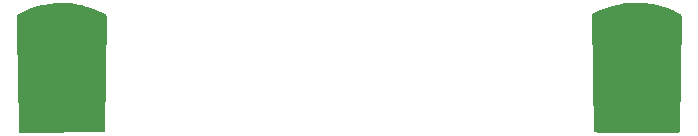
<source format=gbr>
%TF.GenerationSoftware,KiCad,Pcbnew,9.0.6-rc2*%
%TF.CreationDate,2025-12-12T00:47:50-08:00*%
%TF.ProjectId,FPC_Trigger_Board,4650435f-5472-4696-9767-65725f426f61,rev?*%
%TF.SameCoordinates,Original*%
%TF.FileFunction,Other,User*%
%FSLAX46Y46*%
G04 Gerber Fmt 4.6, Leading zero omitted, Abs format (unit mm)*
G04 Created by KiCad (PCBNEW 9.0.6-rc2) date 2025-12-12 00:47:50*
%MOMM*%
%LPD*%
G01*
G04 APERTURE LIST*
G04 APERTURE END LIST*
G36*
X204613407Y-125773912D02*
G01*
X204619831Y-125774279D01*
X205026628Y-125808178D01*
X205032556Y-125808816D01*
X205426933Y-125860866D01*
X205429896Y-125861294D01*
X205758572Y-125912774D01*
X205770202Y-125915171D01*
X206070818Y-125992303D01*
X206073481Y-125993018D01*
X206454402Y-126099836D01*
X206454850Y-126099962D01*
X206685491Y-126165575D01*
X206693589Y-126168182D01*
X207012452Y-126283053D01*
X207018513Y-126285418D01*
X207344364Y-126422514D01*
X207350572Y-126425329D01*
X207736281Y-126613187D01*
X207740109Y-126615134D01*
X207994593Y-126750175D01*
X208044584Y-126798987D01*
X208060450Y-126861873D01*
X207890148Y-136618479D01*
X207869297Y-136685165D01*
X207815702Y-136729991D01*
X207768332Y-136740296D01*
X207757509Y-136740485D01*
X207755810Y-136740503D01*
X201116631Y-136765476D01*
X201113963Y-136765457D01*
X200730483Y-136758647D01*
X200663804Y-136737776D01*
X200618994Y-136684168D01*
X200608704Y-136636831D01*
X200523831Y-131774307D01*
X200523831Y-131774306D01*
X200464795Y-128468062D01*
X200464792Y-128467914D01*
X200438158Y-126869611D01*
X200456723Y-126802253D01*
X200505928Y-126757019D01*
X200987111Y-126512290D01*
X200995009Y-126508616D01*
X201646591Y-126232946D01*
X201656338Y-126229296D01*
X202164791Y-126062899D01*
X202173603Y-126060372D01*
X202704976Y-125929021D01*
X202714421Y-125927073D01*
X203243290Y-125839261D01*
X203248966Y-125838453D01*
X203735068Y-125780678D01*
X203745076Y-125779897D01*
X204223689Y-125762024D01*
X204232189Y-125761999D01*
X204613407Y-125773912D01*
G37*
G36*
X253114339Y-125750069D02*
G01*
X253284992Y-125755401D01*
X253290326Y-125755683D01*
X253326754Y-125758395D01*
X253327846Y-125758481D01*
X253704435Y-125789863D01*
X253710362Y-125790501D01*
X254104739Y-125842551D01*
X254107702Y-125842979D01*
X254388033Y-125886886D01*
X254396411Y-125888495D01*
X254565546Y-125927060D01*
X254568798Y-125927848D01*
X254748624Y-125973988D01*
X254751287Y-125974703D01*
X255132208Y-126081521D01*
X255132656Y-126081647D01*
X255363297Y-126147260D01*
X255371395Y-126149867D01*
X255615459Y-126237791D01*
X255618741Y-126239026D01*
X255779172Y-126302001D01*
X255781951Y-126303131D01*
X256022170Y-126404199D01*
X256028378Y-126407014D01*
X256414087Y-126594872D01*
X256417915Y-126596819D01*
X256675141Y-126733315D01*
X256725132Y-126782127D01*
X256740998Y-126845013D01*
X256570130Y-136634127D01*
X256549279Y-136700813D01*
X256495684Y-136745639D01*
X256445985Y-136755963D01*
X249794104Y-136747167D01*
X249792066Y-136747147D01*
X249408289Y-136740332D01*
X249341610Y-136719461D01*
X249296800Y-136665853D01*
X249286510Y-136618516D01*
X249212912Y-132401944D01*
X252801222Y-132401944D01*
X252801222Y-132409913D01*
X252806857Y-132415548D01*
X252814825Y-132415548D01*
X252814825Y-132415547D01*
X252820459Y-132409913D01*
X252820840Y-132405929D01*
X252820459Y-132401944D01*
X252814825Y-132396310D01*
X252806856Y-132396310D01*
X252801222Y-132401944D01*
X249212912Y-132401944D01*
X249201637Y-131755991D01*
X249201637Y-131755990D01*
X249200945Y-131717294D01*
X249200944Y-131717241D01*
X249116027Y-126851363D01*
X249134539Y-126783990D01*
X249183795Y-126738673D01*
X249664917Y-126493975D01*
X249672815Y-126490301D01*
X250324397Y-126214631D01*
X250334144Y-126210981D01*
X250842597Y-126044584D01*
X250851409Y-126042057D01*
X251382782Y-125910706D01*
X251392227Y-125908758D01*
X251921096Y-125820946D01*
X251926772Y-125820138D01*
X252286672Y-125777362D01*
X252291944Y-125776849D01*
X252559992Y-125756552D01*
X252564728Y-125756284D01*
X252723993Y-125750337D01*
X252728541Y-125750251D01*
X253110388Y-125750009D01*
X253114339Y-125750069D01*
G37*
M02*

</source>
